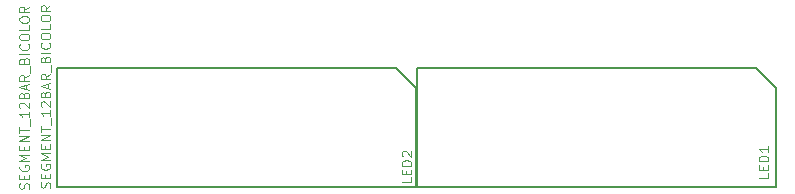
<source format=gbr>
G04 #@! TF.FileFunction,Legend,Top*
%FSLAX46Y46*%
G04 Gerber Fmt 4.6, Leading zero omitted, Abs format (unit mm)*
G04 Created by KiCad (PCBNEW 4.0.7-e2-6376~58~ubuntu16.04.1) date Fri Jan 19 21:24:20 2018*
%MOMM*%
%LPD*%
G01*
G04 APERTURE LIST*
%ADD10C,0.100000*%
%ADD11C,0.127000*%
%ADD12C,0.076200*%
G04 APERTURE END LIST*
D10*
D11*
X174030640Y-109250480D02*
X174030640Y-119349520D01*
X174030640Y-119349520D02*
X204429360Y-119349520D01*
X204429360Y-119349520D02*
X204429360Y-110896400D01*
X204429360Y-110896400D02*
X202803760Y-109250480D01*
X202803760Y-109250480D02*
X174030640Y-109250480D01*
X143550640Y-109250480D02*
X143550640Y-119349520D01*
X143550640Y-119349520D02*
X173949360Y-119349520D01*
X173949360Y-119349520D02*
X173949360Y-110896400D01*
X173949360Y-110896400D02*
X172323760Y-109250480D01*
X172323760Y-109250480D02*
X143550640Y-109250480D01*
D12*
X203821695Y-118130562D02*
X203821695Y-118517609D01*
X203008895Y-118517609D01*
X203395943Y-117859628D02*
X203395943Y-117588695D01*
X203821695Y-117472581D02*
X203821695Y-117859628D01*
X203008895Y-117859628D01*
X203008895Y-117472581D01*
X203821695Y-117124238D02*
X203008895Y-117124238D01*
X203008895Y-116930714D01*
X203047600Y-116814600D01*
X203125010Y-116737191D01*
X203202419Y-116698486D01*
X203357238Y-116659781D01*
X203473352Y-116659781D01*
X203628171Y-116698486D01*
X203705581Y-116737191D01*
X203782990Y-116814600D01*
X203821695Y-116930714D01*
X203821695Y-117124238D01*
X203821695Y-115885686D02*
X203821695Y-116350143D01*
X203821695Y-116117914D02*
X203008895Y-116117914D01*
X203125010Y-116195324D01*
X203202419Y-116272733D01*
X203241124Y-116350143D01*
X141171990Y-119481599D02*
X141210695Y-119365485D01*
X141210695Y-119171961D01*
X141171990Y-119094551D01*
X141133286Y-119055847D01*
X141055876Y-119017142D01*
X140978467Y-119017142D01*
X140901057Y-119055847D01*
X140862352Y-119094551D01*
X140823648Y-119171961D01*
X140784943Y-119326780D01*
X140746238Y-119404189D01*
X140707533Y-119442894D01*
X140630124Y-119481599D01*
X140552714Y-119481599D01*
X140475305Y-119442894D01*
X140436600Y-119404189D01*
X140397895Y-119326780D01*
X140397895Y-119133256D01*
X140436600Y-119017142D01*
X140784943Y-118668799D02*
X140784943Y-118397866D01*
X141210695Y-118281752D02*
X141210695Y-118668799D01*
X140397895Y-118668799D01*
X140397895Y-118281752D01*
X140436600Y-117507657D02*
X140397895Y-117585066D01*
X140397895Y-117701181D01*
X140436600Y-117817295D01*
X140514010Y-117894704D01*
X140591419Y-117933409D01*
X140746238Y-117972114D01*
X140862352Y-117972114D01*
X141017171Y-117933409D01*
X141094581Y-117894704D01*
X141171990Y-117817295D01*
X141210695Y-117701181D01*
X141210695Y-117623771D01*
X141171990Y-117507657D01*
X141133286Y-117468952D01*
X140862352Y-117468952D01*
X140862352Y-117623771D01*
X141210695Y-117120609D02*
X140397895Y-117120609D01*
X140978467Y-116849676D01*
X140397895Y-116578743D01*
X141210695Y-116578743D01*
X140784943Y-116191695D02*
X140784943Y-115920762D01*
X141210695Y-115804648D02*
X141210695Y-116191695D01*
X140397895Y-116191695D01*
X140397895Y-115804648D01*
X141210695Y-115456305D02*
X140397895Y-115456305D01*
X141210695Y-114991848D01*
X140397895Y-114991848D01*
X140397895Y-114720914D02*
X140397895Y-114256457D01*
X141210695Y-114488686D02*
X140397895Y-114488686D01*
X141288105Y-114179048D02*
X141288105Y-113559772D01*
X141210695Y-112940496D02*
X141210695Y-113404953D01*
X141210695Y-113172724D02*
X140397895Y-113172724D01*
X140514010Y-113250134D01*
X140591419Y-113327543D01*
X140630124Y-113404953D01*
X140475305Y-112630858D02*
X140436600Y-112592153D01*
X140397895Y-112514744D01*
X140397895Y-112321220D01*
X140436600Y-112243810D01*
X140475305Y-112205106D01*
X140552714Y-112166401D01*
X140630124Y-112166401D01*
X140746238Y-112205106D01*
X141210695Y-112669563D01*
X141210695Y-112166401D01*
X140784943Y-111547125D02*
X140823648Y-111431011D01*
X140862352Y-111392306D01*
X140939762Y-111353601D01*
X141055876Y-111353601D01*
X141133286Y-111392306D01*
X141171990Y-111431011D01*
X141210695Y-111508420D01*
X141210695Y-111818058D01*
X140397895Y-111818058D01*
X140397895Y-111547125D01*
X140436600Y-111469715D01*
X140475305Y-111431011D01*
X140552714Y-111392306D01*
X140630124Y-111392306D01*
X140707533Y-111431011D01*
X140746238Y-111469715D01*
X140784943Y-111547125D01*
X140784943Y-111818058D01*
X140978467Y-111043963D02*
X140978467Y-110656915D01*
X141210695Y-111121372D02*
X140397895Y-110850439D01*
X141210695Y-110579506D01*
X141210695Y-109844115D02*
X140823648Y-110115048D01*
X141210695Y-110308572D02*
X140397895Y-110308572D01*
X140397895Y-109998934D01*
X140436600Y-109921525D01*
X140475305Y-109882820D01*
X140552714Y-109844115D01*
X140668829Y-109844115D01*
X140746238Y-109882820D01*
X140784943Y-109921525D01*
X140823648Y-109998934D01*
X140823648Y-110308572D01*
X141288105Y-109689296D02*
X141288105Y-109070020D01*
X140784943Y-108605563D02*
X140823648Y-108489449D01*
X140862352Y-108450744D01*
X140939762Y-108412039D01*
X141055876Y-108412039D01*
X141133286Y-108450744D01*
X141171990Y-108489449D01*
X141210695Y-108566858D01*
X141210695Y-108876496D01*
X140397895Y-108876496D01*
X140397895Y-108605563D01*
X140436600Y-108528153D01*
X140475305Y-108489449D01*
X140552714Y-108450744D01*
X140630124Y-108450744D01*
X140707533Y-108489449D01*
X140746238Y-108528153D01*
X140784943Y-108605563D01*
X140784943Y-108876496D01*
X141210695Y-108063696D02*
X140397895Y-108063696D01*
X141133286Y-107212191D02*
X141171990Y-107250896D01*
X141210695Y-107367010D01*
X141210695Y-107444420D01*
X141171990Y-107560534D01*
X141094581Y-107637943D01*
X141017171Y-107676648D01*
X140862352Y-107715353D01*
X140746238Y-107715353D01*
X140591419Y-107676648D01*
X140514010Y-107637943D01*
X140436600Y-107560534D01*
X140397895Y-107444420D01*
X140397895Y-107367010D01*
X140436600Y-107250896D01*
X140475305Y-107212191D01*
X140397895Y-106709029D02*
X140397895Y-106554210D01*
X140436600Y-106476801D01*
X140514010Y-106399391D01*
X140668829Y-106360686D01*
X140939762Y-106360686D01*
X141094581Y-106399391D01*
X141171990Y-106476801D01*
X141210695Y-106554210D01*
X141210695Y-106709029D01*
X141171990Y-106786439D01*
X141094581Y-106863848D01*
X140939762Y-106902553D01*
X140668829Y-106902553D01*
X140514010Y-106863848D01*
X140436600Y-106786439D01*
X140397895Y-106709029D01*
X141210695Y-105625296D02*
X141210695Y-106012343D01*
X140397895Y-106012343D01*
X140397895Y-105199543D02*
X140397895Y-105044724D01*
X140436600Y-104967315D01*
X140514010Y-104889905D01*
X140668829Y-104851200D01*
X140939762Y-104851200D01*
X141094581Y-104889905D01*
X141171990Y-104967315D01*
X141210695Y-105044724D01*
X141210695Y-105199543D01*
X141171990Y-105276953D01*
X141094581Y-105354362D01*
X140939762Y-105393067D01*
X140668829Y-105393067D01*
X140514010Y-105354362D01*
X140436600Y-105276953D01*
X140397895Y-105199543D01*
X141210695Y-104038400D02*
X140823648Y-104309333D01*
X141210695Y-104502857D02*
X140397895Y-104502857D01*
X140397895Y-104193219D01*
X140436600Y-104115810D01*
X140475305Y-104077105D01*
X140552714Y-104038400D01*
X140668829Y-104038400D01*
X140746238Y-104077105D01*
X140784943Y-104115810D01*
X140823648Y-104193219D01*
X140823648Y-104502857D01*
X173595695Y-118511562D02*
X173595695Y-118898609D01*
X172782895Y-118898609D01*
X173169943Y-118240628D02*
X173169943Y-117969695D01*
X173595695Y-117853581D02*
X173595695Y-118240628D01*
X172782895Y-118240628D01*
X172782895Y-117853581D01*
X173595695Y-117505238D02*
X172782895Y-117505238D01*
X172782895Y-117311714D01*
X172821600Y-117195600D01*
X172899010Y-117118191D01*
X172976419Y-117079486D01*
X173131238Y-117040781D01*
X173247352Y-117040781D01*
X173402171Y-117079486D01*
X173479581Y-117118191D01*
X173556990Y-117195600D01*
X173595695Y-117311714D01*
X173595695Y-117505238D01*
X172860305Y-116731143D02*
X172821600Y-116692438D01*
X172782895Y-116615029D01*
X172782895Y-116421505D01*
X172821600Y-116344095D01*
X172860305Y-116305391D01*
X172937714Y-116266686D01*
X173015124Y-116266686D01*
X173131238Y-116305391D01*
X173595695Y-116769848D01*
X173595695Y-116266686D01*
X142975390Y-119379999D02*
X143014095Y-119263885D01*
X143014095Y-119070361D01*
X142975390Y-118992951D01*
X142936686Y-118954247D01*
X142859276Y-118915542D01*
X142781867Y-118915542D01*
X142704457Y-118954247D01*
X142665752Y-118992951D01*
X142627048Y-119070361D01*
X142588343Y-119225180D01*
X142549638Y-119302589D01*
X142510933Y-119341294D01*
X142433524Y-119379999D01*
X142356114Y-119379999D01*
X142278705Y-119341294D01*
X142240000Y-119302589D01*
X142201295Y-119225180D01*
X142201295Y-119031656D01*
X142240000Y-118915542D01*
X142588343Y-118567199D02*
X142588343Y-118296266D01*
X143014095Y-118180152D02*
X143014095Y-118567199D01*
X142201295Y-118567199D01*
X142201295Y-118180152D01*
X142240000Y-117406057D02*
X142201295Y-117483466D01*
X142201295Y-117599581D01*
X142240000Y-117715695D01*
X142317410Y-117793104D01*
X142394819Y-117831809D01*
X142549638Y-117870514D01*
X142665752Y-117870514D01*
X142820571Y-117831809D01*
X142897981Y-117793104D01*
X142975390Y-117715695D01*
X143014095Y-117599581D01*
X143014095Y-117522171D01*
X142975390Y-117406057D01*
X142936686Y-117367352D01*
X142665752Y-117367352D01*
X142665752Y-117522171D01*
X143014095Y-117019009D02*
X142201295Y-117019009D01*
X142781867Y-116748076D01*
X142201295Y-116477143D01*
X143014095Y-116477143D01*
X142588343Y-116090095D02*
X142588343Y-115819162D01*
X143014095Y-115703048D02*
X143014095Y-116090095D01*
X142201295Y-116090095D01*
X142201295Y-115703048D01*
X143014095Y-115354705D02*
X142201295Y-115354705D01*
X143014095Y-114890248D01*
X142201295Y-114890248D01*
X142201295Y-114619314D02*
X142201295Y-114154857D01*
X143014095Y-114387086D02*
X142201295Y-114387086D01*
X143091505Y-114077448D02*
X143091505Y-113458172D01*
X143014095Y-112838896D02*
X143014095Y-113303353D01*
X143014095Y-113071124D02*
X142201295Y-113071124D01*
X142317410Y-113148534D01*
X142394819Y-113225943D01*
X142433524Y-113303353D01*
X142278705Y-112529258D02*
X142240000Y-112490553D01*
X142201295Y-112413144D01*
X142201295Y-112219620D01*
X142240000Y-112142210D01*
X142278705Y-112103506D01*
X142356114Y-112064801D01*
X142433524Y-112064801D01*
X142549638Y-112103506D01*
X143014095Y-112567963D01*
X143014095Y-112064801D01*
X142588343Y-111445525D02*
X142627048Y-111329411D01*
X142665752Y-111290706D01*
X142743162Y-111252001D01*
X142859276Y-111252001D01*
X142936686Y-111290706D01*
X142975390Y-111329411D01*
X143014095Y-111406820D01*
X143014095Y-111716458D01*
X142201295Y-111716458D01*
X142201295Y-111445525D01*
X142240000Y-111368115D01*
X142278705Y-111329411D01*
X142356114Y-111290706D01*
X142433524Y-111290706D01*
X142510933Y-111329411D01*
X142549638Y-111368115D01*
X142588343Y-111445525D01*
X142588343Y-111716458D01*
X142781867Y-110942363D02*
X142781867Y-110555315D01*
X143014095Y-111019772D02*
X142201295Y-110748839D01*
X143014095Y-110477906D01*
X143014095Y-109742515D02*
X142627048Y-110013448D01*
X143014095Y-110206972D02*
X142201295Y-110206972D01*
X142201295Y-109897334D01*
X142240000Y-109819925D01*
X142278705Y-109781220D01*
X142356114Y-109742515D01*
X142472229Y-109742515D01*
X142549638Y-109781220D01*
X142588343Y-109819925D01*
X142627048Y-109897334D01*
X142627048Y-110206972D01*
X143091505Y-109587696D02*
X143091505Y-108968420D01*
X142588343Y-108503963D02*
X142627048Y-108387849D01*
X142665752Y-108349144D01*
X142743162Y-108310439D01*
X142859276Y-108310439D01*
X142936686Y-108349144D01*
X142975390Y-108387849D01*
X143014095Y-108465258D01*
X143014095Y-108774896D01*
X142201295Y-108774896D01*
X142201295Y-108503963D01*
X142240000Y-108426553D01*
X142278705Y-108387849D01*
X142356114Y-108349144D01*
X142433524Y-108349144D01*
X142510933Y-108387849D01*
X142549638Y-108426553D01*
X142588343Y-108503963D01*
X142588343Y-108774896D01*
X143014095Y-107962096D02*
X142201295Y-107962096D01*
X142936686Y-107110591D02*
X142975390Y-107149296D01*
X143014095Y-107265410D01*
X143014095Y-107342820D01*
X142975390Y-107458934D01*
X142897981Y-107536343D01*
X142820571Y-107575048D01*
X142665752Y-107613753D01*
X142549638Y-107613753D01*
X142394819Y-107575048D01*
X142317410Y-107536343D01*
X142240000Y-107458934D01*
X142201295Y-107342820D01*
X142201295Y-107265410D01*
X142240000Y-107149296D01*
X142278705Y-107110591D01*
X142201295Y-106607429D02*
X142201295Y-106452610D01*
X142240000Y-106375201D01*
X142317410Y-106297791D01*
X142472229Y-106259086D01*
X142743162Y-106259086D01*
X142897981Y-106297791D01*
X142975390Y-106375201D01*
X143014095Y-106452610D01*
X143014095Y-106607429D01*
X142975390Y-106684839D01*
X142897981Y-106762248D01*
X142743162Y-106800953D01*
X142472229Y-106800953D01*
X142317410Y-106762248D01*
X142240000Y-106684839D01*
X142201295Y-106607429D01*
X143014095Y-105523696D02*
X143014095Y-105910743D01*
X142201295Y-105910743D01*
X142201295Y-105097943D02*
X142201295Y-104943124D01*
X142240000Y-104865715D01*
X142317410Y-104788305D01*
X142472229Y-104749600D01*
X142743162Y-104749600D01*
X142897981Y-104788305D01*
X142975390Y-104865715D01*
X143014095Y-104943124D01*
X143014095Y-105097943D01*
X142975390Y-105175353D01*
X142897981Y-105252762D01*
X142743162Y-105291467D01*
X142472229Y-105291467D01*
X142317410Y-105252762D01*
X142240000Y-105175353D01*
X142201295Y-105097943D01*
X143014095Y-103936800D02*
X142627048Y-104207733D01*
X143014095Y-104401257D02*
X142201295Y-104401257D01*
X142201295Y-104091619D01*
X142240000Y-104014210D01*
X142278705Y-103975505D01*
X142356114Y-103936800D01*
X142472229Y-103936800D01*
X142549638Y-103975505D01*
X142588343Y-104014210D01*
X142627048Y-104091619D01*
X142627048Y-104401257D01*
M02*

</source>
